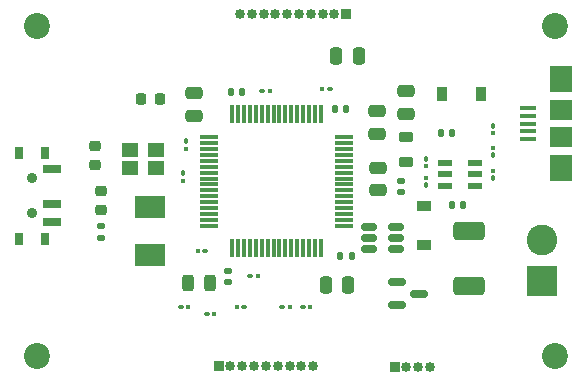
<source format=gbr>
%TF.GenerationSoftware,KiCad,Pcbnew,(6.0.0)*%
%TF.CreationDate,2022-11-12T11:45:22+03:00*%
%TF.ProjectId,RoBEC,526f4245-432e-46b6-9963-61645f706362,rev?*%
%TF.SameCoordinates,Original*%
%TF.FileFunction,Soldermask,Top*%
%TF.FilePolarity,Negative*%
%FSLAX46Y46*%
G04 Gerber Fmt 4.6, Leading zero omitted, Abs format (unit mm)*
G04 Created by KiCad (PCBNEW (6.0.0)) date 2022-11-12 11:45:22*
%MOMM*%
%LPD*%
G01*
G04 APERTURE LIST*
G04 Aperture macros list*
%AMRoundRect*
0 Rectangle with rounded corners*
0 $1 Rounding radius*
0 $2 $3 $4 $5 $6 $7 $8 $9 X,Y pos of 4 corners*
0 Add a 4 corners polygon primitive as box body*
4,1,4,$2,$3,$4,$5,$6,$7,$8,$9,$2,$3,0*
0 Add four circle primitives for the rounded corners*
1,1,$1+$1,$2,$3*
1,1,$1+$1,$4,$5*
1,1,$1+$1,$6,$7*
1,1,$1+$1,$8,$9*
0 Add four rect primitives between the rounded corners*
20,1,$1+$1,$2,$3,$4,$5,0*
20,1,$1+$1,$4,$5,$6,$7,0*
20,1,$1+$1,$6,$7,$8,$9,0*
20,1,$1+$1,$8,$9,$2,$3,0*%
G04 Aperture macros list end*
%ADD10R,0.850000X0.850000*%
%ADD11O,0.850000X0.850000*%
%ADD12RoundRect,0.140000X0.140000X0.170000X-0.140000X0.170000X-0.140000X-0.170000X0.140000X-0.170000X0*%
%ADD13RoundRect,0.100000X-0.100000X-0.100000X0.100000X-0.100000X0.100000X0.100000X-0.100000X0.100000X0*%
%ADD14RoundRect,0.100000X-0.130000X-0.100000X0.130000X-0.100000X0.130000X0.100000X-0.130000X0.100000X0*%
%ADD15RoundRect,0.150000X-0.587500X-0.150000X0.587500X-0.150000X0.587500X0.150000X-0.587500X0.150000X0*%
%ADD16RoundRect,0.249999X1.075001X-0.512501X1.075001X0.512501X-1.075001X0.512501X-1.075001X-0.512501X0*%
%ADD17RoundRect,0.250000X-0.250000X-0.475000X0.250000X-0.475000X0.250000X0.475000X-0.250000X0.475000X0*%
%ADD18RoundRect,0.250000X0.475000X-0.250000X0.475000X0.250000X-0.475000X0.250000X-0.475000X-0.250000X0*%
%ADD19RoundRect,0.100000X0.100000X-0.100000X0.100000X0.100000X-0.100000X0.100000X-0.100000X-0.100000X0*%
%ADD20RoundRect,0.100000X0.100000X-0.130000X0.100000X0.130000X-0.100000X0.130000X-0.100000X-0.130000X0*%
%ADD21RoundRect,0.100000X-0.100000X0.130000X-0.100000X-0.130000X0.100000X-0.130000X0.100000X0.130000X0*%
%ADD22RoundRect,0.087500X-0.112500X0.087500X-0.112500X-0.087500X0.112500X-0.087500X0.112500X0.087500X0*%
%ADD23R,2.600000X2.600000*%
%ADD24C,2.600000*%
%ADD25RoundRect,0.140000X-0.140000X-0.170000X0.140000X-0.170000X0.140000X0.170000X-0.140000X0.170000X0*%
%ADD26R,1.400000X0.400000*%
%ADD27R,1.900000X1.800000*%
%ADD28R,1.900000X2.300000*%
%ADD29RoundRect,0.140000X-0.170000X0.140000X-0.170000X-0.140000X0.170000X-0.140000X0.170000X0.140000X0*%
%ADD30RoundRect,0.095000X-0.105000X0.095000X-0.105000X-0.095000X0.105000X-0.095000X0.105000X0.095000X0*%
%ADD31RoundRect,0.100000X-0.100000X0.100000X-0.100000X-0.100000X0.100000X-0.100000X0.100000X0.100000X0*%
%ADD32R,1.150000X0.600000*%
%ADD33R,0.800000X1.000000*%
%ADD34C,0.900000*%
%ADD35R,1.500000X0.700000*%
%ADD36RoundRect,0.218750X0.381250X-0.218750X0.381250X0.218750X-0.381250X0.218750X-0.381250X-0.218750X0*%
%ADD37RoundRect,0.225000X0.250000X-0.225000X0.250000X0.225000X-0.250000X0.225000X-0.250000X-0.225000X0*%
%ADD38C,2.200000*%
%ADD39R,1.400000X1.200000*%
%ADD40RoundRect,0.075000X-0.700000X-0.075000X0.700000X-0.075000X0.700000X0.075000X-0.700000X0.075000X0*%
%ADD41RoundRect,0.075000X-0.075000X-0.700000X0.075000X-0.700000X0.075000X0.700000X-0.075000X0.700000X0*%
%ADD42RoundRect,0.250000X-0.475000X0.250000X-0.475000X-0.250000X0.475000X-0.250000X0.475000X0.250000X0*%
%ADD43RoundRect,0.225000X0.225000X0.250000X-0.225000X0.250000X-0.225000X-0.250000X0.225000X-0.250000X0*%
%ADD44RoundRect,0.150000X0.512500X0.150000X-0.512500X0.150000X-0.512500X-0.150000X0.512500X-0.150000X0*%
%ADD45RoundRect,0.147500X-0.147500X-0.172500X0.147500X-0.172500X0.147500X0.172500X-0.147500X0.172500X0*%
%ADD46RoundRect,0.100000X-0.110000X-0.100000X0.110000X-0.100000X0.110000X0.100000X-0.110000X0.100000X0*%
%ADD47R,2.500000X1.900000*%
%ADD48RoundRect,0.100000X0.100000X-0.105000X0.100000X0.105000X-0.100000X0.105000X-0.100000X-0.105000X0*%
%ADD49RoundRect,0.243750X-0.243750X-0.456250X0.243750X-0.456250X0.243750X0.456250X-0.243750X0.456250X0*%
%ADD50RoundRect,0.100000X-0.105000X-0.100000X0.105000X-0.100000X0.105000X0.100000X-0.105000X0.100000X0*%
%ADD51R,0.900000X1.200000*%
%ADD52R,1.200000X0.900000*%
G04 APERTURE END LIST*
D10*
%TO.C,USART*%
X162962500Y-116105000D03*
D11*
X163962500Y-116105000D03*
X164962500Y-116105000D03*
X165962500Y-116105000D03*
%TD*%
D12*
%TO.C,C9*%
X158842500Y-94305000D03*
X157882500Y-94305000D03*
%TD*%
D13*
%TO.C,R12*%
X149597500Y-111005000D03*
D14*
X150237500Y-111005000D03*
%TD*%
D15*
%TO.C,Q1*%
X163125000Y-108955000D03*
X163125000Y-110855000D03*
X165000000Y-109905000D03*
%TD*%
D16*
%TO.C,POWER LED*%
X169262500Y-109242500D03*
X169262500Y-104567500D03*
%TD*%
D17*
%TO.C,C10*%
X158012500Y-89805000D03*
X159912500Y-89805000D03*
%TD*%
D18*
%TO.C,C8*%
X163962500Y-94655000D03*
X163962500Y-92755000D03*
%TD*%
D19*
%TO.C,R7*%
X165607500Y-99105000D03*
D20*
X165607500Y-98465000D03*
%TD*%
D10*
%TO.C,SWD*%
X158862500Y-86205000D03*
D11*
X157862500Y-86205000D03*
X156862500Y-86205000D03*
X155862500Y-86205000D03*
X154862500Y-86205000D03*
X153862500Y-86205000D03*
X152862500Y-86205000D03*
X151862500Y-86205000D03*
X150862500Y-86205000D03*
X149862500Y-86205000D03*
%TD*%
D21*
%TO.C,R18*%
X171307500Y-95685000D03*
D22*
X171307500Y-96325000D03*
%TD*%
D23*
%TO.C,J1*%
X175407500Y-108855000D03*
D24*
X175407500Y-105355000D03*
%TD*%
D25*
%TO.C,C6*%
X158362500Y-106705000D03*
X159322500Y-106705000D03*
%TD*%
D26*
%TO.C,J2*%
X174212500Y-96805000D03*
X174212500Y-96155000D03*
X174212500Y-95505000D03*
X174212500Y-94855000D03*
X174212500Y-94205000D03*
D27*
X177062500Y-94355000D03*
X177062500Y-96655000D03*
D28*
X177062500Y-99255000D03*
X177062500Y-91755000D03*
%TD*%
D29*
%TO.C,C14*%
X163462500Y-100345000D03*
X163462500Y-101305000D03*
%TD*%
D30*
%TO.C,R14*%
X171307500Y-97540000D03*
D21*
X171307500Y-98180000D03*
%TD*%
%TO.C,R17*%
X145062500Y-99685000D03*
D31*
X145062500Y-100325000D03*
%TD*%
D32*
%TO.C,U2*%
X169807500Y-100755000D03*
X169807500Y-99805000D03*
X169807500Y-98855000D03*
X167207500Y-98855000D03*
X167207500Y-99805000D03*
X167207500Y-100755000D03*
%TD*%
D30*
%TO.C,R6*%
X165607500Y-100085000D03*
D21*
X165607500Y-100725000D03*
%TD*%
D33*
%TO.C,SW*%
X133342500Y-97955000D03*
X131132500Y-105255000D03*
X133342500Y-105255000D03*
X131132500Y-97955000D03*
D34*
X132232500Y-103105000D03*
X132232500Y-100105000D03*
D35*
X133992500Y-99355000D03*
X133992500Y-102355000D03*
X133992500Y-103855000D03*
%TD*%
D14*
%TO.C,R5*%
X147042500Y-111605000D03*
D13*
X147682500Y-111605000D03*
%TD*%
D36*
%TO.C,FB1*%
X163962500Y-98767500D03*
X163962500Y-96642500D03*
%TD*%
D29*
%TO.C,C7*%
X138062500Y-104205000D03*
X138062500Y-105165000D03*
%TD*%
D37*
%TO.C,C2*%
X137562500Y-98980000D03*
X137562500Y-97430000D03*
%TD*%
D38*
%TO.C,H3*%
X176562500Y-87205000D03*
%TD*%
D17*
%TO.C,C12*%
X157112500Y-109205000D03*
X159012500Y-109205000D03*
%TD*%
D39*
%TO.C,16MhZ*%
X140562500Y-99305000D03*
X142762500Y-99305000D03*
X142762500Y-97705000D03*
X140562500Y-97705000D03*
%TD*%
D14*
%TO.C,R1*%
X151742500Y-92705000D03*
D13*
X152382500Y-92705000D03*
%TD*%
D40*
%TO.C,U1*%
X147287500Y-96655000D03*
X147287500Y-97155000D03*
X147287500Y-97655000D03*
X147287500Y-98155000D03*
X147287500Y-98655000D03*
X147287500Y-99155000D03*
X147287500Y-99655000D03*
X147287500Y-100155000D03*
X147287500Y-100655000D03*
X147287500Y-101155000D03*
X147287500Y-101655000D03*
X147287500Y-102155000D03*
X147287500Y-102655000D03*
X147287500Y-103155000D03*
X147287500Y-103655000D03*
X147287500Y-104155000D03*
D41*
X149212500Y-106080000D03*
X149712500Y-106080000D03*
X150212500Y-106080000D03*
X150712500Y-106080000D03*
X151212500Y-106080000D03*
X151712500Y-106080000D03*
X152212500Y-106080000D03*
X152712500Y-106080000D03*
X153212500Y-106080000D03*
X153712500Y-106080000D03*
X154212500Y-106080000D03*
X154712500Y-106080000D03*
X155212500Y-106080000D03*
X155712500Y-106080000D03*
X156212500Y-106080000D03*
X156712500Y-106080000D03*
D40*
X158637500Y-104155000D03*
X158637500Y-103655000D03*
X158637500Y-103155000D03*
X158637500Y-102655000D03*
X158637500Y-102155000D03*
X158637500Y-101655000D03*
X158637500Y-101155000D03*
X158637500Y-100655000D03*
X158637500Y-100155000D03*
X158637500Y-99655000D03*
X158637500Y-99155000D03*
X158637500Y-98655000D03*
X158637500Y-98155000D03*
X158637500Y-97655000D03*
X158637500Y-97155000D03*
X158637500Y-96655000D03*
D41*
X156712500Y-94730000D03*
X156212500Y-94730000D03*
X155712500Y-94730000D03*
X155212500Y-94730000D03*
X154712500Y-94730000D03*
X154212500Y-94730000D03*
X153712500Y-94730000D03*
X153212500Y-94730000D03*
X152712500Y-94730000D03*
X152212500Y-94730000D03*
X151712500Y-94730000D03*
X151212500Y-94730000D03*
X150712500Y-94730000D03*
X150212500Y-94730000D03*
X149712500Y-94730000D03*
X149212500Y-94730000D03*
%TD*%
D42*
%TO.C,C1*%
X145962500Y-92955000D03*
X145962500Y-94855000D03*
%TD*%
D43*
%TO.C,C5*%
X143062500Y-93405000D03*
X141512500Y-93405000D03*
%TD*%
D12*
%TO.C,C15*%
X168787500Y-102405000D03*
X167827500Y-102405000D03*
%TD*%
D44*
%TO.C,U3*%
X163100000Y-106155000D03*
X163100000Y-105205000D03*
X163100000Y-104255000D03*
X160825000Y-104255000D03*
X160825000Y-105205000D03*
X160825000Y-106155000D03*
%TD*%
D45*
%TO.C,L2*%
X166877500Y-96305000D03*
X167847500Y-96305000D03*
%TD*%
D31*
%TO.C,R15*%
X171307500Y-99485000D03*
D21*
X171307500Y-100125000D03*
%TD*%
D14*
%TO.C,R9*%
X155187500Y-111005000D03*
D46*
X155827500Y-111005000D03*
%TD*%
D38*
%TO.C,H2*%
X176562500Y-115205000D03*
%TD*%
D37*
%TO.C,C4*%
X138062500Y-102780000D03*
X138062500Y-101230000D03*
%TD*%
D25*
%TO.C,C11*%
X149102500Y-92805000D03*
X150062500Y-92805000D03*
%TD*%
D42*
%TO.C,C13*%
X161562500Y-99255000D03*
X161562500Y-99255000D03*
X161562500Y-101155000D03*
%TD*%
D13*
%TO.C,R3*%
X146287500Y-106305000D03*
D14*
X146927500Y-106305000D03*
%TD*%
D38*
%TO.C,H1*%
X132662500Y-115205000D03*
%TD*%
D47*
%TO.C,L*%
X142262500Y-106655000D03*
X142262500Y-102555000D03*
%TD*%
D29*
%TO.C,C3*%
X148832500Y-107945000D03*
X148832500Y-108905000D03*
%TD*%
D48*
%TO.C,R2*%
X145262500Y-97625000D03*
D20*
X145262500Y-96985000D03*
%TD*%
D38*
%TO.C,H4*%
X132662500Y-87205000D03*
%TD*%
D49*
%TO.C,STATUS*%
X145425000Y-109005000D03*
X147300000Y-109005000D03*
%TD*%
D14*
%TO.C,R4*%
X150742500Y-108405000D03*
D50*
X151382500Y-108405000D03*
%TD*%
D13*
%TO.C,R16*%
X156822500Y-92605000D03*
D14*
X157462500Y-92605000D03*
%TD*%
D51*
%TO.C,D1*%
X170312500Y-93005000D03*
X167012500Y-93005000D03*
%TD*%
D18*
%TO.C,C16*%
X161462500Y-96355000D03*
X161462500Y-94455000D03*
%TD*%
D52*
%TO.C,D3*%
X165462500Y-102455000D03*
X165462500Y-105755000D03*
%TD*%
D14*
%TO.C,R8*%
X144842500Y-111005000D03*
D13*
X145482500Y-111005000D03*
%TD*%
D14*
%TO.C,R10*%
X153442500Y-111005000D03*
D46*
X154082500Y-111005000D03*
%TD*%
D10*
%TO.C,SPI*%
X148062500Y-116005000D03*
D11*
X149062500Y-116005000D03*
X150062500Y-116005000D03*
X151062500Y-116005000D03*
X152062500Y-116005000D03*
X153062500Y-116005000D03*
X154062500Y-116005000D03*
X155062500Y-116005000D03*
X156062500Y-116005000D03*
%TD*%
M02*

</source>
